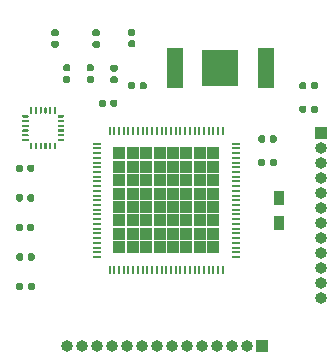
<source format=gts>
G04 #@! TF.GenerationSoftware,KiCad,Pcbnew,(5.1.6)-1*
G04 #@! TF.CreationDate,2021-01-19T17:49:51-08:00*
G04 #@! TF.ProjectId,scum3c-devboard,7363756d-3363-42d6-9465-76626f617264,rev?*
G04 #@! TF.SameCoordinates,Original*
G04 #@! TF.FileFunction,Soldermask,Top*
G04 #@! TF.FilePolarity,Negative*
%FSLAX46Y46*%
G04 Gerber Fmt 4.6, Leading zero omitted, Abs format (unit mm)*
G04 Created by KiCad (PCBNEW (5.1.6)-1) date 2021-01-19 17:49:51*
%MOMM*%
%LPD*%
G01*
G04 APERTURE LIST*
%ADD10O,1.000000X1.000000*%
%ADD11R,1.000000X1.000000*%
%ADD12C,0.568750*%
%ADD13R,1.137500X1.137500*%
%ADD14O,0.200000X0.800000*%
%ADD15O,0.800000X0.200000*%
%ADD16R,0.900000X1.200000*%
%ADD17R,1.350000X3.500000*%
%ADD18R,3.170000X3.170000*%
G04 APERTURE END LIST*
D10*
G04 #@! TO.C,JB1*
X115500000Y-101470000D03*
X115500000Y-100200000D03*
X115500000Y-98930000D03*
X115500000Y-97660000D03*
X115500000Y-96390000D03*
X115500000Y-95120000D03*
X115500000Y-93850000D03*
X115500000Y-92580000D03*
X115500000Y-91310000D03*
X115500000Y-90040000D03*
X115500000Y-88770000D03*
D11*
X115500000Y-87500000D03*
G04 #@! TD*
D10*
G04 #@! TO.C,JA1*
X93990000Y-105500000D03*
X95260000Y-105500000D03*
X96530000Y-105500000D03*
X97800000Y-105500000D03*
X99070000Y-105500000D03*
X100340000Y-105500000D03*
X101610000Y-105500000D03*
X102880000Y-105500000D03*
X104150000Y-105500000D03*
X105420000Y-105500000D03*
X106690000Y-105500000D03*
X107960000Y-105500000D03*
X109230000Y-105500000D03*
D11*
X110500000Y-105500000D03*
G04 #@! TD*
G04 #@! TO.C,R13*
G36*
G01*
X111190000Y-88172500D02*
X111190000Y-87827500D01*
G75*
G02*
X111337500Y-87680000I147500J0D01*
G01*
X111632500Y-87680000D01*
G75*
G02*
X111780000Y-87827500I0J-147500D01*
G01*
X111780000Y-88172500D01*
G75*
G02*
X111632500Y-88320000I-147500J0D01*
G01*
X111337500Y-88320000D01*
G75*
G02*
X111190000Y-88172500I0J147500D01*
G01*
G37*
G36*
G01*
X110220000Y-88172500D02*
X110220000Y-87827500D01*
G75*
G02*
X110367500Y-87680000I147500J0D01*
G01*
X110662500Y-87680000D01*
G75*
G02*
X110810000Y-87827500I0J-147500D01*
G01*
X110810000Y-88172500D01*
G75*
G02*
X110662500Y-88320000I-147500J0D01*
G01*
X110367500Y-88320000D01*
G75*
G02*
X110220000Y-88172500I0J147500D01*
G01*
G37*
G04 #@! TD*
G04 #@! TO.C,C24*
G36*
G01*
X98295000Y-84827500D02*
X98295000Y-85172500D01*
G75*
G02*
X98147500Y-85320000I-147500J0D01*
G01*
X97852500Y-85320000D01*
G75*
G02*
X97705000Y-85172500I0J147500D01*
G01*
X97705000Y-84827500D01*
G75*
G02*
X97852500Y-84680000I147500J0D01*
G01*
X98147500Y-84680000D01*
G75*
G02*
X98295000Y-84827500I0J-147500D01*
G01*
G37*
G36*
G01*
X97325000Y-84827500D02*
X97325000Y-85172500D01*
G75*
G02*
X97177500Y-85320000I-147500J0D01*
G01*
X96882500Y-85320000D01*
G75*
G02*
X96735000Y-85172500I0J147500D01*
G01*
X96735000Y-84827500D01*
G75*
G02*
X96882500Y-84680000I147500J0D01*
G01*
X97177500Y-84680000D01*
G75*
G02*
X97325000Y-84827500I0J-147500D01*
G01*
G37*
G04 #@! TD*
D12*
G04 #@! TO.C,U8*
X106412500Y-97187500D03*
X106412500Y-96050000D03*
X106412500Y-94912500D03*
X106412500Y-93775000D03*
X106412500Y-92637500D03*
X106412500Y-91500000D03*
X106412500Y-90362500D03*
X106412500Y-89225000D03*
X105275000Y-97187500D03*
X105275000Y-96050000D03*
X105275000Y-94912500D03*
X105275000Y-93775000D03*
X105275000Y-92637500D03*
X105275000Y-91500000D03*
X105275000Y-90362500D03*
X105275000Y-89225000D03*
X104137500Y-97187500D03*
X104137500Y-96050000D03*
X104137500Y-94912500D03*
X104137500Y-93775000D03*
X104137500Y-92637500D03*
X104137500Y-91500000D03*
X104137500Y-90362500D03*
X104137500Y-89225000D03*
X103000000Y-97187500D03*
X103000000Y-96050000D03*
X103000000Y-94912500D03*
X103000000Y-93775000D03*
X103000000Y-92637500D03*
X103000000Y-91500000D03*
X103000000Y-90362500D03*
X103000000Y-89225000D03*
X101862500Y-97187500D03*
X101862500Y-96050000D03*
X101862500Y-94912500D03*
X101862500Y-93775000D03*
X101862500Y-92637500D03*
X101862500Y-91500000D03*
X101862500Y-90362500D03*
X101862500Y-89225000D03*
X100725000Y-97187500D03*
X100725000Y-96050000D03*
X100725000Y-94912500D03*
X100725000Y-93775000D03*
X100725000Y-92637500D03*
X100725000Y-91500000D03*
X100725000Y-90362500D03*
X100725000Y-89225000D03*
X99587500Y-97187500D03*
X99587500Y-96050000D03*
X99587500Y-94912500D03*
X99587500Y-93775000D03*
X99587500Y-92637500D03*
X99587500Y-91500000D03*
X99587500Y-90362500D03*
X99587500Y-89225000D03*
X98450000Y-97187500D03*
X98450000Y-96050000D03*
X98450000Y-94912500D03*
X98450000Y-93775000D03*
X98450000Y-92637500D03*
X98450000Y-91500000D03*
X98450000Y-90362500D03*
X98450000Y-89225000D03*
D13*
X106412500Y-97187500D03*
X106412500Y-96050000D03*
X106412500Y-94912500D03*
X106412500Y-93775000D03*
X106412500Y-92637500D03*
X106412500Y-91500000D03*
X106412500Y-90362500D03*
X106412500Y-89225000D03*
X105275000Y-97187500D03*
X105275000Y-96050000D03*
X105275000Y-94912500D03*
X105275000Y-93775000D03*
X105275000Y-92637500D03*
X105275000Y-91500000D03*
X105275000Y-90362500D03*
X105275000Y-89225000D03*
X104137500Y-97187500D03*
X104137500Y-96050000D03*
X104137500Y-94912500D03*
X104137500Y-93775000D03*
X104137500Y-92637500D03*
X104137500Y-91500000D03*
X104137500Y-90362500D03*
X104137500Y-89225000D03*
X103000000Y-97187500D03*
X103000000Y-96050000D03*
X103000000Y-94912500D03*
X103000000Y-93775000D03*
X103000000Y-92637500D03*
X103000000Y-91500000D03*
X103000000Y-90362500D03*
X103000000Y-89225000D03*
X101862500Y-97187500D03*
X101862500Y-96050000D03*
X101862500Y-94912500D03*
X101862500Y-93775000D03*
X101862500Y-92637500D03*
X101862500Y-91500000D03*
X101862500Y-90362500D03*
X101862500Y-89225000D03*
X100725000Y-97187500D03*
X100725000Y-96050000D03*
X100725000Y-94912500D03*
X100725000Y-93775000D03*
X100725000Y-92637500D03*
X100725000Y-91500000D03*
X100725000Y-90362500D03*
X100725000Y-89225000D03*
X99587500Y-97187500D03*
X99587500Y-96050000D03*
X99587500Y-94912500D03*
X99587500Y-93775000D03*
X99587500Y-92637500D03*
X99587500Y-91500000D03*
X99587500Y-90362500D03*
X99587500Y-89225000D03*
X98450000Y-97187500D03*
X98450000Y-96050000D03*
X98450000Y-94912500D03*
X98450000Y-93775000D03*
X98450000Y-92637500D03*
X98450000Y-91500000D03*
X98450000Y-90362500D03*
X98450000Y-89225000D03*
D14*
X97631250Y-87306250D03*
X98031250Y-87306250D03*
X98431250Y-87306250D03*
X98831250Y-87306250D03*
X99231250Y-87306250D03*
X99631250Y-87306250D03*
X100031250Y-87306250D03*
X100431250Y-87306250D03*
X100831250Y-87306250D03*
X101231250Y-87306250D03*
X101631250Y-87306250D03*
X102031250Y-87306250D03*
X102431250Y-87306250D03*
X102831250Y-87306250D03*
X103231250Y-87306250D03*
X103631250Y-87306250D03*
X104031250Y-87306250D03*
X104431250Y-87306250D03*
X104831250Y-87306250D03*
X105231250Y-87306250D03*
X105631250Y-87306250D03*
X106031250Y-87306250D03*
X106431250Y-87306250D03*
X106831250Y-87306250D03*
X107231250Y-87306250D03*
D15*
X108331250Y-88406250D03*
X108331250Y-88806250D03*
X108331250Y-89206250D03*
X108331250Y-89606250D03*
X108331250Y-90006250D03*
X108331250Y-90406250D03*
X108331250Y-90806250D03*
X108331250Y-91206250D03*
X108331250Y-91606250D03*
X108331250Y-92006250D03*
X108331250Y-92406250D03*
X108331250Y-92806250D03*
X108331250Y-93206250D03*
X108331250Y-93606250D03*
X108331250Y-94006250D03*
X108331250Y-94406250D03*
X108331250Y-94806250D03*
X108331250Y-95206250D03*
X108331250Y-95606250D03*
X108331250Y-96006250D03*
X108331250Y-96406250D03*
X108331250Y-96806250D03*
X108331250Y-97206250D03*
X108331250Y-97606250D03*
X108331250Y-98006250D03*
D14*
X107231250Y-99106250D03*
X106831250Y-99106250D03*
X106431250Y-99106250D03*
X106031250Y-99106250D03*
X105631250Y-99106250D03*
X105231250Y-99106250D03*
X104831250Y-99106250D03*
X104431250Y-99106250D03*
X104031250Y-99106250D03*
X103631250Y-99106250D03*
X103231250Y-99106250D03*
X102831250Y-99106250D03*
X102431250Y-99106250D03*
X102031250Y-99106250D03*
X101631250Y-99106250D03*
X101231250Y-99106250D03*
X100831250Y-99106250D03*
X100431250Y-99106250D03*
X100031250Y-99106250D03*
X99631250Y-99106250D03*
X99231250Y-99106250D03*
X98831250Y-99106250D03*
X98431250Y-99106250D03*
X98031250Y-99106250D03*
X97631250Y-99106250D03*
D15*
X96531250Y-98006250D03*
X96531250Y-97606250D03*
X96531250Y-97206250D03*
X96531250Y-96806250D03*
X96531250Y-96406250D03*
X96531250Y-96006250D03*
X96531250Y-95606250D03*
X96531250Y-95206250D03*
X96531250Y-94806250D03*
X96531250Y-94406250D03*
X96531250Y-94006250D03*
X96531250Y-93606250D03*
X96531250Y-93206250D03*
X96531250Y-92806250D03*
X96531250Y-92406250D03*
X96531250Y-92006250D03*
X96531250Y-91606250D03*
X96531250Y-91206250D03*
X96531250Y-90806250D03*
X96531250Y-90406250D03*
X96531250Y-90006250D03*
X96531250Y-89606250D03*
X96531250Y-89206250D03*
X96531250Y-88806250D03*
X96531250Y-88406250D03*
G04 #@! TD*
D16*
G04 #@! TO.C,LED1*
X112000000Y-93000000D03*
X112000000Y-95100000D03*
G04 #@! TD*
D17*
G04 #@! TO.C,BT1*
X110850000Y-82000000D03*
D18*
X107000000Y-82000000D03*
D17*
X103150000Y-82000000D03*
G04 #@! TD*
G04 #@! TO.C,R14*
G36*
G01*
X90325000Y-97827500D02*
X90325000Y-98172500D01*
G75*
G02*
X90177500Y-98320000I-147500J0D01*
G01*
X89882500Y-98320000D01*
G75*
G02*
X89735000Y-98172500I0J147500D01*
G01*
X89735000Y-97827500D01*
G75*
G02*
X89882500Y-97680000I147500J0D01*
G01*
X90177500Y-97680000D01*
G75*
G02*
X90325000Y-97827500I0J-147500D01*
G01*
G37*
G36*
G01*
X91295000Y-97827500D02*
X91295000Y-98172500D01*
G75*
G02*
X91147500Y-98320000I-147500J0D01*
G01*
X90852500Y-98320000D01*
G75*
G02*
X90705000Y-98172500I0J147500D01*
G01*
X90705000Y-97827500D01*
G75*
G02*
X90852500Y-97680000I147500J0D01*
G01*
X91147500Y-97680000D01*
G75*
G02*
X91295000Y-97827500I0J-147500D01*
G01*
G37*
G04 #@! TD*
G04 #@! TO.C,R12*
G36*
G01*
X100175000Y-83672500D02*
X100175000Y-83327500D01*
G75*
G02*
X100322500Y-83180000I147500J0D01*
G01*
X100617500Y-83180000D01*
G75*
G02*
X100765000Y-83327500I0J-147500D01*
G01*
X100765000Y-83672500D01*
G75*
G02*
X100617500Y-83820000I-147500J0D01*
G01*
X100322500Y-83820000D01*
G75*
G02*
X100175000Y-83672500I0J147500D01*
G01*
G37*
G36*
G01*
X99205000Y-83672500D02*
X99205000Y-83327500D01*
G75*
G02*
X99352500Y-83180000I147500J0D01*
G01*
X99647500Y-83180000D01*
G75*
G02*
X99795000Y-83327500I0J-147500D01*
G01*
X99795000Y-83672500D01*
G75*
G02*
X99647500Y-83820000I-147500J0D01*
G01*
X99352500Y-83820000D01*
G75*
G02*
X99205000Y-83672500I0J147500D01*
G01*
G37*
G04 #@! TD*
G04 #@! TO.C,C13*
G36*
G01*
X96172500Y-83265000D02*
X95827500Y-83265000D01*
G75*
G02*
X95680000Y-83117500I0J147500D01*
G01*
X95680000Y-82822500D01*
G75*
G02*
X95827500Y-82675000I147500J0D01*
G01*
X96172500Y-82675000D01*
G75*
G02*
X96320000Y-82822500I0J-147500D01*
G01*
X96320000Y-83117500D01*
G75*
G02*
X96172500Y-83265000I-147500J0D01*
G01*
G37*
G36*
G01*
X96172500Y-82295000D02*
X95827500Y-82295000D01*
G75*
G02*
X95680000Y-82147500I0J147500D01*
G01*
X95680000Y-81852500D01*
G75*
G02*
X95827500Y-81705000I147500J0D01*
G01*
X96172500Y-81705000D01*
G75*
G02*
X96320000Y-81852500I0J-147500D01*
G01*
X96320000Y-82147500D01*
G75*
G02*
X96172500Y-82295000I-147500J0D01*
G01*
G37*
G04 #@! TD*
G04 #@! TO.C,C14*
G36*
G01*
X113705000Y-85672500D02*
X113705000Y-85327500D01*
G75*
G02*
X113852500Y-85180000I147500J0D01*
G01*
X114147500Y-85180000D01*
G75*
G02*
X114295000Y-85327500I0J-147500D01*
G01*
X114295000Y-85672500D01*
G75*
G02*
X114147500Y-85820000I-147500J0D01*
G01*
X113852500Y-85820000D01*
G75*
G02*
X113705000Y-85672500I0J147500D01*
G01*
G37*
G36*
G01*
X114675000Y-85672500D02*
X114675000Y-85327500D01*
G75*
G02*
X114822500Y-85180000I147500J0D01*
G01*
X115117500Y-85180000D01*
G75*
G02*
X115265000Y-85327500I0J-147500D01*
G01*
X115265000Y-85672500D01*
G75*
G02*
X115117500Y-85820000I-147500J0D01*
G01*
X114822500Y-85820000D01*
G75*
G02*
X114675000Y-85672500I0J147500D01*
G01*
G37*
G04 #@! TD*
G04 #@! TO.C,C15*
G36*
G01*
X113705000Y-83672500D02*
X113705000Y-83327500D01*
G75*
G02*
X113852500Y-83180000I147500J0D01*
G01*
X114147500Y-83180000D01*
G75*
G02*
X114295000Y-83327500I0J-147500D01*
G01*
X114295000Y-83672500D01*
G75*
G02*
X114147500Y-83820000I-147500J0D01*
G01*
X113852500Y-83820000D01*
G75*
G02*
X113705000Y-83672500I0J147500D01*
G01*
G37*
G36*
G01*
X114675000Y-83672500D02*
X114675000Y-83327500D01*
G75*
G02*
X114822500Y-83180000I147500J0D01*
G01*
X115117500Y-83180000D01*
G75*
G02*
X115265000Y-83327500I0J-147500D01*
G01*
X115265000Y-83672500D01*
G75*
G02*
X115117500Y-83820000I-147500J0D01*
G01*
X114822500Y-83820000D01*
G75*
G02*
X114675000Y-83672500I0J147500D01*
G01*
G37*
G04 #@! TD*
G04 #@! TO.C,C16*
G36*
G01*
X92827500Y-79705000D02*
X93172500Y-79705000D01*
G75*
G02*
X93320000Y-79852500I0J-147500D01*
G01*
X93320000Y-80147500D01*
G75*
G02*
X93172500Y-80295000I-147500J0D01*
G01*
X92827500Y-80295000D01*
G75*
G02*
X92680000Y-80147500I0J147500D01*
G01*
X92680000Y-79852500D01*
G75*
G02*
X92827500Y-79705000I147500J0D01*
G01*
G37*
G36*
G01*
X92827500Y-78735000D02*
X93172500Y-78735000D01*
G75*
G02*
X93320000Y-78882500I0J-147500D01*
G01*
X93320000Y-79177500D01*
G75*
G02*
X93172500Y-79325000I-147500J0D01*
G01*
X92827500Y-79325000D01*
G75*
G02*
X92680000Y-79177500I0J147500D01*
G01*
X92680000Y-78882500D01*
G75*
G02*
X92827500Y-78735000I147500J0D01*
G01*
G37*
G04 #@! TD*
G04 #@! TO.C,C17*
G36*
G01*
X96327500Y-78735000D02*
X96672500Y-78735000D01*
G75*
G02*
X96820000Y-78882500I0J-147500D01*
G01*
X96820000Y-79177500D01*
G75*
G02*
X96672500Y-79325000I-147500J0D01*
G01*
X96327500Y-79325000D01*
G75*
G02*
X96180000Y-79177500I0J147500D01*
G01*
X96180000Y-78882500D01*
G75*
G02*
X96327500Y-78735000I147500J0D01*
G01*
G37*
G36*
G01*
X96327500Y-79705000D02*
X96672500Y-79705000D01*
G75*
G02*
X96820000Y-79852500I0J-147500D01*
G01*
X96820000Y-80147500D01*
G75*
G02*
X96672500Y-80295000I-147500J0D01*
G01*
X96327500Y-80295000D01*
G75*
G02*
X96180000Y-80147500I0J147500D01*
G01*
X96180000Y-79852500D01*
G75*
G02*
X96327500Y-79705000I147500J0D01*
G01*
G37*
G04 #@! TD*
G04 #@! TO.C,C18*
G36*
G01*
X93827500Y-82675000D02*
X94172500Y-82675000D01*
G75*
G02*
X94320000Y-82822500I0J-147500D01*
G01*
X94320000Y-83117500D01*
G75*
G02*
X94172500Y-83265000I-147500J0D01*
G01*
X93827500Y-83265000D01*
G75*
G02*
X93680000Y-83117500I0J147500D01*
G01*
X93680000Y-82822500D01*
G75*
G02*
X93827500Y-82675000I147500J0D01*
G01*
G37*
G36*
G01*
X93827500Y-81705000D02*
X94172500Y-81705000D01*
G75*
G02*
X94320000Y-81852500I0J-147500D01*
G01*
X94320000Y-82147500D01*
G75*
G02*
X94172500Y-82295000I-147500J0D01*
G01*
X93827500Y-82295000D01*
G75*
G02*
X93680000Y-82147500I0J147500D01*
G01*
X93680000Y-81852500D01*
G75*
G02*
X93827500Y-81705000I147500J0D01*
G01*
G37*
G04 #@! TD*
G04 #@! TO.C,C19*
G36*
G01*
X97827500Y-81735000D02*
X98172500Y-81735000D01*
G75*
G02*
X98320000Y-81882500I0J-147500D01*
G01*
X98320000Y-82177500D01*
G75*
G02*
X98172500Y-82325000I-147500J0D01*
G01*
X97827500Y-82325000D01*
G75*
G02*
X97680000Y-82177500I0J147500D01*
G01*
X97680000Y-81882500D01*
G75*
G02*
X97827500Y-81735000I147500J0D01*
G01*
G37*
G36*
G01*
X97827500Y-82705000D02*
X98172500Y-82705000D01*
G75*
G02*
X98320000Y-82852500I0J-147500D01*
G01*
X98320000Y-83147500D01*
G75*
G02*
X98172500Y-83295000I-147500J0D01*
G01*
X97827500Y-83295000D01*
G75*
G02*
X97680000Y-83147500I0J147500D01*
G01*
X97680000Y-82852500D01*
G75*
G02*
X97827500Y-82705000I147500J0D01*
G01*
G37*
G04 #@! TD*
G04 #@! TO.C,C20*
G36*
G01*
X110825000Y-89827500D02*
X110825000Y-90172500D01*
G75*
G02*
X110677500Y-90320000I-147500J0D01*
G01*
X110382500Y-90320000D01*
G75*
G02*
X110235000Y-90172500I0J147500D01*
G01*
X110235000Y-89827500D01*
G75*
G02*
X110382500Y-89680000I147500J0D01*
G01*
X110677500Y-89680000D01*
G75*
G02*
X110825000Y-89827500I0J-147500D01*
G01*
G37*
G36*
G01*
X111795000Y-89827500D02*
X111795000Y-90172500D01*
G75*
G02*
X111647500Y-90320000I-147500J0D01*
G01*
X111352500Y-90320000D01*
G75*
G02*
X111205000Y-90172500I0J147500D01*
G01*
X111205000Y-89827500D01*
G75*
G02*
X111352500Y-89680000I147500J0D01*
G01*
X111647500Y-89680000D01*
G75*
G02*
X111795000Y-89827500I0J-147500D01*
G01*
G37*
G04 #@! TD*
G04 #@! TO.C,C21*
G36*
G01*
X91265000Y-95327500D02*
X91265000Y-95672500D01*
G75*
G02*
X91117500Y-95820000I-147500J0D01*
G01*
X90822500Y-95820000D01*
G75*
G02*
X90675000Y-95672500I0J147500D01*
G01*
X90675000Y-95327500D01*
G75*
G02*
X90822500Y-95180000I147500J0D01*
G01*
X91117500Y-95180000D01*
G75*
G02*
X91265000Y-95327500I0J-147500D01*
G01*
G37*
G36*
G01*
X90295000Y-95327500D02*
X90295000Y-95672500D01*
G75*
G02*
X90147500Y-95820000I-147500J0D01*
G01*
X89852500Y-95820000D01*
G75*
G02*
X89705000Y-95672500I0J147500D01*
G01*
X89705000Y-95327500D01*
G75*
G02*
X89852500Y-95180000I147500J0D01*
G01*
X90147500Y-95180000D01*
G75*
G02*
X90295000Y-95327500I0J-147500D01*
G01*
G37*
G04 #@! TD*
G04 #@! TO.C,C22*
G36*
G01*
X91295000Y-100327500D02*
X91295000Y-100672500D01*
G75*
G02*
X91147500Y-100820000I-147500J0D01*
G01*
X90852500Y-100820000D01*
G75*
G02*
X90705000Y-100672500I0J147500D01*
G01*
X90705000Y-100327500D01*
G75*
G02*
X90852500Y-100180000I147500J0D01*
G01*
X91147500Y-100180000D01*
G75*
G02*
X91295000Y-100327500I0J-147500D01*
G01*
G37*
G36*
G01*
X90325000Y-100327500D02*
X90325000Y-100672500D01*
G75*
G02*
X90177500Y-100820000I-147500J0D01*
G01*
X89882500Y-100820000D01*
G75*
G02*
X89735000Y-100672500I0J147500D01*
G01*
X89735000Y-100327500D01*
G75*
G02*
X89882500Y-100180000I147500J0D01*
G01*
X90177500Y-100180000D01*
G75*
G02*
X90325000Y-100327500I0J-147500D01*
G01*
G37*
G04 #@! TD*
G04 #@! TO.C,C25*
G36*
G01*
X90675000Y-90672500D02*
X90675000Y-90327500D01*
G75*
G02*
X90822500Y-90180000I147500J0D01*
G01*
X91117500Y-90180000D01*
G75*
G02*
X91265000Y-90327500I0J-147500D01*
G01*
X91265000Y-90672500D01*
G75*
G02*
X91117500Y-90820000I-147500J0D01*
G01*
X90822500Y-90820000D01*
G75*
G02*
X90675000Y-90672500I0J147500D01*
G01*
G37*
G36*
G01*
X89705000Y-90672500D02*
X89705000Y-90327500D01*
G75*
G02*
X89852500Y-90180000I147500J0D01*
G01*
X90147500Y-90180000D01*
G75*
G02*
X90295000Y-90327500I0J-147500D01*
G01*
X90295000Y-90672500D01*
G75*
G02*
X90147500Y-90820000I-147500J0D01*
G01*
X89852500Y-90820000D01*
G75*
G02*
X89705000Y-90672500I0J147500D01*
G01*
G37*
G04 #@! TD*
G04 #@! TO.C,C26*
G36*
G01*
X91265000Y-92827500D02*
X91265000Y-93172500D01*
G75*
G02*
X91117500Y-93320000I-147500J0D01*
G01*
X90822500Y-93320000D01*
G75*
G02*
X90675000Y-93172500I0J147500D01*
G01*
X90675000Y-92827500D01*
G75*
G02*
X90822500Y-92680000I147500J0D01*
G01*
X91117500Y-92680000D01*
G75*
G02*
X91265000Y-92827500I0J-147500D01*
G01*
G37*
G36*
G01*
X90295000Y-92827500D02*
X90295000Y-93172500D01*
G75*
G02*
X90147500Y-93320000I-147500J0D01*
G01*
X89852500Y-93320000D01*
G75*
G02*
X89705000Y-93172500I0J147500D01*
G01*
X89705000Y-92827500D01*
G75*
G02*
X89852500Y-92680000I147500J0D01*
G01*
X90147500Y-92680000D01*
G75*
G02*
X90295000Y-92827500I0J-147500D01*
G01*
G37*
G04 #@! TD*
G04 #@! TO.C,C27*
G36*
G01*
X99327500Y-78705000D02*
X99672500Y-78705000D01*
G75*
G02*
X99820000Y-78852500I0J-147500D01*
G01*
X99820000Y-79147500D01*
G75*
G02*
X99672500Y-79295000I-147500J0D01*
G01*
X99327500Y-79295000D01*
G75*
G02*
X99180000Y-79147500I0J147500D01*
G01*
X99180000Y-78852500D01*
G75*
G02*
X99327500Y-78705000I147500J0D01*
G01*
G37*
G36*
G01*
X99327500Y-79675000D02*
X99672500Y-79675000D01*
G75*
G02*
X99820000Y-79822500I0J-147500D01*
G01*
X99820000Y-80117500D01*
G75*
G02*
X99672500Y-80265000I-147500J0D01*
G01*
X99327500Y-80265000D01*
G75*
G02*
X99180000Y-80117500I0J147500D01*
G01*
X99180000Y-79822500D01*
G75*
G02*
X99327500Y-79675000I147500J0D01*
G01*
G37*
G04 #@! TD*
G04 #@! TO.C,U9AB1*
G36*
G01*
X93225000Y-86150000D02*
X93225000Y-86050000D01*
G75*
G02*
X93275000Y-86000000I50000J0D01*
G01*
X93725000Y-86000000D01*
G75*
G02*
X93775000Y-86050000I0J-50000D01*
G01*
X93775000Y-86150000D01*
G75*
G02*
X93725000Y-86200000I-50000J0D01*
G01*
X93275000Y-86200000D01*
G75*
G02*
X93225000Y-86150000I0J50000D01*
G01*
G37*
G36*
G01*
X93225000Y-86550000D02*
X93225000Y-86450000D01*
G75*
G02*
X93275000Y-86400000I50000J0D01*
G01*
X93725000Y-86400000D01*
G75*
G02*
X93775000Y-86450000I0J-50000D01*
G01*
X93775000Y-86550000D01*
G75*
G02*
X93725000Y-86600000I-50000J0D01*
G01*
X93275000Y-86600000D01*
G75*
G02*
X93225000Y-86550000I0J50000D01*
G01*
G37*
G36*
G01*
X93225000Y-86950000D02*
X93225000Y-86850000D01*
G75*
G02*
X93275000Y-86800000I50000J0D01*
G01*
X93725000Y-86800000D01*
G75*
G02*
X93775000Y-86850000I0J-50000D01*
G01*
X93775000Y-86950000D01*
G75*
G02*
X93725000Y-87000000I-50000J0D01*
G01*
X93275000Y-87000000D01*
G75*
G02*
X93225000Y-86950000I0J50000D01*
G01*
G37*
G36*
G01*
X93225000Y-87350000D02*
X93225000Y-87250000D01*
G75*
G02*
X93275000Y-87200000I50000J0D01*
G01*
X93725000Y-87200000D01*
G75*
G02*
X93775000Y-87250000I0J-50000D01*
G01*
X93775000Y-87350000D01*
G75*
G02*
X93725000Y-87400000I-50000J0D01*
G01*
X93275000Y-87400000D01*
G75*
G02*
X93225000Y-87350000I0J50000D01*
G01*
G37*
G36*
G01*
X93225000Y-87750000D02*
X93225000Y-87650000D01*
G75*
G02*
X93275000Y-87600000I50000J0D01*
G01*
X93725000Y-87600000D01*
G75*
G02*
X93775000Y-87650000I0J-50000D01*
G01*
X93775000Y-87750000D01*
G75*
G02*
X93725000Y-87800000I-50000J0D01*
G01*
X93275000Y-87800000D01*
G75*
G02*
X93225000Y-87750000I0J50000D01*
G01*
G37*
G36*
G01*
X93225000Y-88150000D02*
X93225000Y-88050000D01*
G75*
G02*
X93275000Y-88000000I50000J0D01*
G01*
X93725000Y-88000000D01*
G75*
G02*
X93775000Y-88050000I0J-50000D01*
G01*
X93775000Y-88150000D01*
G75*
G02*
X93725000Y-88200000I-50000J0D01*
G01*
X93275000Y-88200000D01*
G75*
G02*
X93225000Y-88150000I0J50000D01*
G01*
G37*
G36*
G01*
X92950000Y-88325000D02*
X93050000Y-88325000D01*
G75*
G02*
X93100000Y-88375000I0J-50000D01*
G01*
X93100000Y-88825000D01*
G75*
G02*
X93050000Y-88875000I-50000J0D01*
G01*
X92950000Y-88875000D01*
G75*
G02*
X92900000Y-88825000I0J50000D01*
G01*
X92900000Y-88375000D01*
G75*
G02*
X92950000Y-88325000I50000J0D01*
G01*
G37*
G36*
G01*
X92550000Y-88325000D02*
X92650000Y-88325000D01*
G75*
G02*
X92700000Y-88375000I0J-50000D01*
G01*
X92700000Y-88825000D01*
G75*
G02*
X92650000Y-88875000I-50000J0D01*
G01*
X92550000Y-88875000D01*
G75*
G02*
X92500000Y-88825000I0J50000D01*
G01*
X92500000Y-88375000D01*
G75*
G02*
X92550000Y-88325000I50000J0D01*
G01*
G37*
G36*
G01*
X92150000Y-88325000D02*
X92250000Y-88325000D01*
G75*
G02*
X92300000Y-88375000I0J-50000D01*
G01*
X92300000Y-88825000D01*
G75*
G02*
X92250000Y-88875000I-50000J0D01*
G01*
X92150000Y-88875000D01*
G75*
G02*
X92100000Y-88825000I0J50000D01*
G01*
X92100000Y-88375000D01*
G75*
G02*
X92150000Y-88325000I50000J0D01*
G01*
G37*
G36*
G01*
X91750000Y-88325000D02*
X91850000Y-88325000D01*
G75*
G02*
X91900000Y-88375000I0J-50000D01*
G01*
X91900000Y-88825000D01*
G75*
G02*
X91850000Y-88875000I-50000J0D01*
G01*
X91750000Y-88875000D01*
G75*
G02*
X91700000Y-88825000I0J50000D01*
G01*
X91700000Y-88375000D01*
G75*
G02*
X91750000Y-88325000I50000J0D01*
G01*
G37*
G36*
G01*
X91350000Y-88325000D02*
X91450000Y-88325000D01*
G75*
G02*
X91500000Y-88375000I0J-50000D01*
G01*
X91500000Y-88825000D01*
G75*
G02*
X91450000Y-88875000I-50000J0D01*
G01*
X91350000Y-88875000D01*
G75*
G02*
X91300000Y-88825000I0J50000D01*
G01*
X91300000Y-88375000D01*
G75*
G02*
X91350000Y-88325000I50000J0D01*
G01*
G37*
G36*
G01*
X90950000Y-88325000D02*
X91050000Y-88325000D01*
G75*
G02*
X91100000Y-88375000I0J-50000D01*
G01*
X91100000Y-88825000D01*
G75*
G02*
X91050000Y-88875000I-50000J0D01*
G01*
X90950000Y-88875000D01*
G75*
G02*
X90900000Y-88825000I0J50000D01*
G01*
X90900000Y-88375000D01*
G75*
G02*
X90950000Y-88325000I50000J0D01*
G01*
G37*
G36*
G01*
X90225000Y-88150000D02*
X90225000Y-88050000D01*
G75*
G02*
X90275000Y-88000000I50000J0D01*
G01*
X90725000Y-88000000D01*
G75*
G02*
X90775000Y-88050000I0J-50000D01*
G01*
X90775000Y-88150000D01*
G75*
G02*
X90725000Y-88200000I-50000J0D01*
G01*
X90275000Y-88200000D01*
G75*
G02*
X90225000Y-88150000I0J50000D01*
G01*
G37*
G36*
G01*
X90225000Y-87750000D02*
X90225000Y-87650000D01*
G75*
G02*
X90275000Y-87600000I50000J0D01*
G01*
X90725000Y-87600000D01*
G75*
G02*
X90775000Y-87650000I0J-50000D01*
G01*
X90775000Y-87750000D01*
G75*
G02*
X90725000Y-87800000I-50000J0D01*
G01*
X90275000Y-87800000D01*
G75*
G02*
X90225000Y-87750000I0J50000D01*
G01*
G37*
G36*
G01*
X90225000Y-87350000D02*
X90225000Y-87250000D01*
G75*
G02*
X90275000Y-87200000I50000J0D01*
G01*
X90725000Y-87200000D01*
G75*
G02*
X90775000Y-87250000I0J-50000D01*
G01*
X90775000Y-87350000D01*
G75*
G02*
X90725000Y-87400000I-50000J0D01*
G01*
X90275000Y-87400000D01*
G75*
G02*
X90225000Y-87350000I0J50000D01*
G01*
G37*
G36*
G01*
X90225000Y-86950000D02*
X90225000Y-86850000D01*
G75*
G02*
X90275000Y-86800000I50000J0D01*
G01*
X90725000Y-86800000D01*
G75*
G02*
X90775000Y-86850000I0J-50000D01*
G01*
X90775000Y-86950000D01*
G75*
G02*
X90725000Y-87000000I-50000J0D01*
G01*
X90275000Y-87000000D01*
G75*
G02*
X90225000Y-86950000I0J50000D01*
G01*
G37*
G36*
G01*
X90225000Y-86550000D02*
X90225000Y-86450000D01*
G75*
G02*
X90275000Y-86400000I50000J0D01*
G01*
X90725000Y-86400000D01*
G75*
G02*
X90775000Y-86450000I0J-50000D01*
G01*
X90775000Y-86550000D01*
G75*
G02*
X90725000Y-86600000I-50000J0D01*
G01*
X90275000Y-86600000D01*
G75*
G02*
X90225000Y-86550000I0J50000D01*
G01*
G37*
G36*
G01*
X90225000Y-86150000D02*
X90225000Y-86050000D01*
G75*
G02*
X90275000Y-86000000I50000J0D01*
G01*
X90725000Y-86000000D01*
G75*
G02*
X90775000Y-86050000I0J-50000D01*
G01*
X90775000Y-86150000D01*
G75*
G02*
X90725000Y-86200000I-50000J0D01*
G01*
X90275000Y-86200000D01*
G75*
G02*
X90225000Y-86150000I0J50000D01*
G01*
G37*
G36*
G01*
X90950000Y-85325000D02*
X91050000Y-85325000D01*
G75*
G02*
X91100000Y-85375000I0J-50000D01*
G01*
X91100000Y-85825000D01*
G75*
G02*
X91050000Y-85875000I-50000J0D01*
G01*
X90950000Y-85875000D01*
G75*
G02*
X90900000Y-85825000I0J50000D01*
G01*
X90900000Y-85375000D01*
G75*
G02*
X90950000Y-85325000I50000J0D01*
G01*
G37*
G36*
G01*
X91350000Y-85325000D02*
X91450000Y-85325000D01*
G75*
G02*
X91500000Y-85375000I0J-50000D01*
G01*
X91500000Y-85825000D01*
G75*
G02*
X91450000Y-85875000I-50000J0D01*
G01*
X91350000Y-85875000D01*
G75*
G02*
X91300000Y-85825000I0J50000D01*
G01*
X91300000Y-85375000D01*
G75*
G02*
X91350000Y-85325000I50000J0D01*
G01*
G37*
G36*
G01*
X91750000Y-85325000D02*
X91850000Y-85325000D01*
G75*
G02*
X91900000Y-85375000I0J-50000D01*
G01*
X91900000Y-85825000D01*
G75*
G02*
X91850000Y-85875000I-50000J0D01*
G01*
X91750000Y-85875000D01*
G75*
G02*
X91700000Y-85825000I0J50000D01*
G01*
X91700000Y-85375000D01*
G75*
G02*
X91750000Y-85325000I50000J0D01*
G01*
G37*
G36*
G01*
X92150000Y-85325000D02*
X92250000Y-85325000D01*
G75*
G02*
X92300000Y-85375000I0J-50000D01*
G01*
X92300000Y-85825000D01*
G75*
G02*
X92250000Y-85875000I-50000J0D01*
G01*
X92150000Y-85875000D01*
G75*
G02*
X92100000Y-85825000I0J50000D01*
G01*
X92100000Y-85375000D01*
G75*
G02*
X92150000Y-85325000I50000J0D01*
G01*
G37*
G36*
G01*
X92550000Y-85325000D02*
X92650000Y-85325000D01*
G75*
G02*
X92700000Y-85375000I0J-50000D01*
G01*
X92700000Y-85825000D01*
G75*
G02*
X92650000Y-85875000I-50000J0D01*
G01*
X92550000Y-85875000D01*
G75*
G02*
X92500000Y-85825000I0J50000D01*
G01*
X92500000Y-85375000D01*
G75*
G02*
X92550000Y-85325000I50000J0D01*
G01*
G37*
G36*
G01*
X92950000Y-85325000D02*
X93050000Y-85325000D01*
G75*
G02*
X93100000Y-85375000I0J-50000D01*
G01*
X93100000Y-85825000D01*
G75*
G02*
X93050000Y-85875000I-50000J0D01*
G01*
X92950000Y-85875000D01*
G75*
G02*
X92900000Y-85825000I0J50000D01*
G01*
X92900000Y-85375000D01*
G75*
G02*
X92950000Y-85325000I50000J0D01*
G01*
G37*
G04 #@! TD*
M02*

</source>
